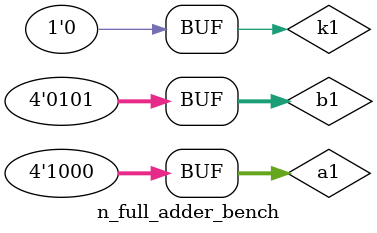
<source format=v>
module n_full_adder_bench();
	reg [3:0]a1;
	reg [3:0]b1;
	reg k1;
	wire [4:0]S1;
	n_full_adder dUT_1(.a(a1),.b(b1),.k(k1),.S(S1));
	initial
	begin
		a1=4'd10;b1=4'd2;k1=1'b0;
	#100	a1=4'd8;b1=4'd5;k1=1'b0;
	end
endmodule
</source>
